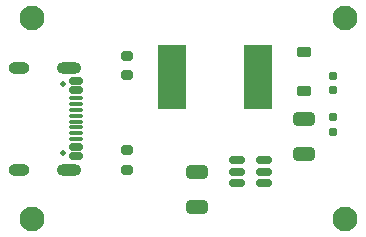
<source format=gbr>
%TF.GenerationSoftware,KiCad,Pcbnew,9.0.4*%
%TF.CreationDate,2025-10-07T00:36:13+05:30*%
%TF.ProjectId,Project5,50726f6a-6563-4743-952e-6b696361645f,rev?*%
%TF.SameCoordinates,Original*%
%TF.FileFunction,Soldermask,Top*%
%TF.FilePolarity,Negative*%
%FSLAX46Y46*%
G04 Gerber Fmt 4.6, Leading zero omitted, Abs format (unit mm)*
G04 Created by KiCad (PCBNEW 9.0.4) date 2025-10-07 00:36:13*
%MOMM*%
%LPD*%
G01*
G04 APERTURE LIST*
G04 Aperture macros list*
%AMRoundRect*
0 Rectangle with rounded corners*
0 $1 Rounding radius*
0 $2 $3 $4 $5 $6 $7 $8 $9 X,Y pos of 4 corners*
0 Add a 4 corners polygon primitive as box body*
4,1,4,$2,$3,$4,$5,$6,$7,$8,$9,$2,$3,0*
0 Add four circle primitives for the rounded corners*
1,1,$1+$1,$2,$3*
1,1,$1+$1,$4,$5*
1,1,$1+$1,$6,$7*
1,1,$1+$1,$8,$9*
0 Add four rect primitives between the rounded corners*
20,1,$1+$1,$2,$3,$4,$5,0*
20,1,$1+$1,$4,$5,$6,$7,0*
20,1,$1+$1,$6,$7,$8,$9,0*
20,1,$1+$1,$8,$9,$2,$3,0*%
G04 Aperture macros list end*
%ADD10O,1.800000X1.000000*%
%ADD11O,2.100000X1.000000*%
%ADD12RoundRect,0.150000X-0.425000X0.150000X-0.425000X-0.150000X0.425000X-0.150000X0.425000X0.150000X0*%
%ADD13RoundRect,0.075000X-0.500000X0.075000X-0.500000X-0.075000X0.500000X-0.075000X0.500000X0.075000X0*%
%ADD14C,0.500000*%
%ADD15R,2.413000X5.400000*%
%ADD16C,2.100000*%
%ADD17RoundRect,0.150000X0.512500X0.150000X-0.512500X0.150000X-0.512500X-0.150000X0.512500X-0.150000X0*%
%ADD18RoundRect,0.200000X-0.275000X0.200000X-0.275000X-0.200000X0.275000X-0.200000X0.275000X0.200000X0*%
%ADD19RoundRect,0.160000X0.160000X-0.197500X0.160000X0.197500X-0.160000X0.197500X-0.160000X-0.197500X0*%
%ADD20RoundRect,0.225000X-0.375000X0.225000X-0.375000X-0.225000X0.375000X-0.225000X0.375000X0.225000X0*%
%ADD21RoundRect,0.250000X-0.650000X0.325000X-0.650000X-0.325000X0.650000X-0.325000X0.650000X0.325000X0*%
G04 APERTURE END LIST*
D10*
%TO.C,P1*%
X122425000Y-92320000D03*
D11*
X126605000Y-92320000D03*
D10*
X122425000Y-83680000D03*
D11*
X126605000Y-83680000D03*
D12*
X127180000Y-84800000D03*
X127180000Y-85600000D03*
D13*
X127180000Y-86250000D03*
X127180000Y-87250000D03*
X127180000Y-88750000D03*
X127180000Y-89750000D03*
D12*
X127180000Y-90400000D03*
X127180000Y-91200000D03*
X127180000Y-91200000D03*
X127180000Y-90400000D03*
D13*
X127180000Y-89250000D03*
X127180000Y-88250000D03*
X127180000Y-87750000D03*
X127180000Y-86750000D03*
D12*
X127180000Y-85600000D03*
X127180000Y-84800000D03*
D14*
X126105000Y-85110000D03*
X126105000Y-90890000D03*
%TD*%
D15*
%TO.C,L1*%
X142619500Y-84500000D03*
X135380500Y-84500000D03*
%TD*%
D16*
%TO.C,H4*%
X123500000Y-96500000D03*
%TD*%
%TO.C,H3*%
X150000000Y-79500000D03*
%TD*%
%TO.C,H2*%
X150000000Y-96500000D03*
%TD*%
%TO.C,H1*%
X123500000Y-79500000D03*
%TD*%
D17*
%TO.C,U1*%
X140862500Y-93450000D03*
X140862500Y-92500000D03*
X140862500Y-91550000D03*
X143137500Y-91550000D03*
X143137500Y-92500000D03*
X143137500Y-93450000D03*
%TD*%
D18*
%TO.C,R4*%
X131500000Y-82675000D03*
X131500000Y-84325000D03*
%TD*%
%TO.C,R3*%
X131500000Y-90675000D03*
X131500000Y-92325000D03*
%TD*%
D19*
%TO.C,R2*%
X149000000Y-89097500D03*
X149000000Y-87902500D03*
%TD*%
%TO.C,R1*%
X149000000Y-85597500D03*
X149000000Y-84402500D03*
%TD*%
D20*
%TO.C,D1*%
X146500000Y-82350000D03*
X146500000Y-85650000D03*
%TD*%
D21*
%TO.C,C2*%
X146500000Y-88025000D03*
X146500000Y-90975000D03*
%TD*%
%TO.C,C1*%
X137500000Y-92525000D03*
X137500000Y-95475000D03*
%TD*%
M02*

</source>
